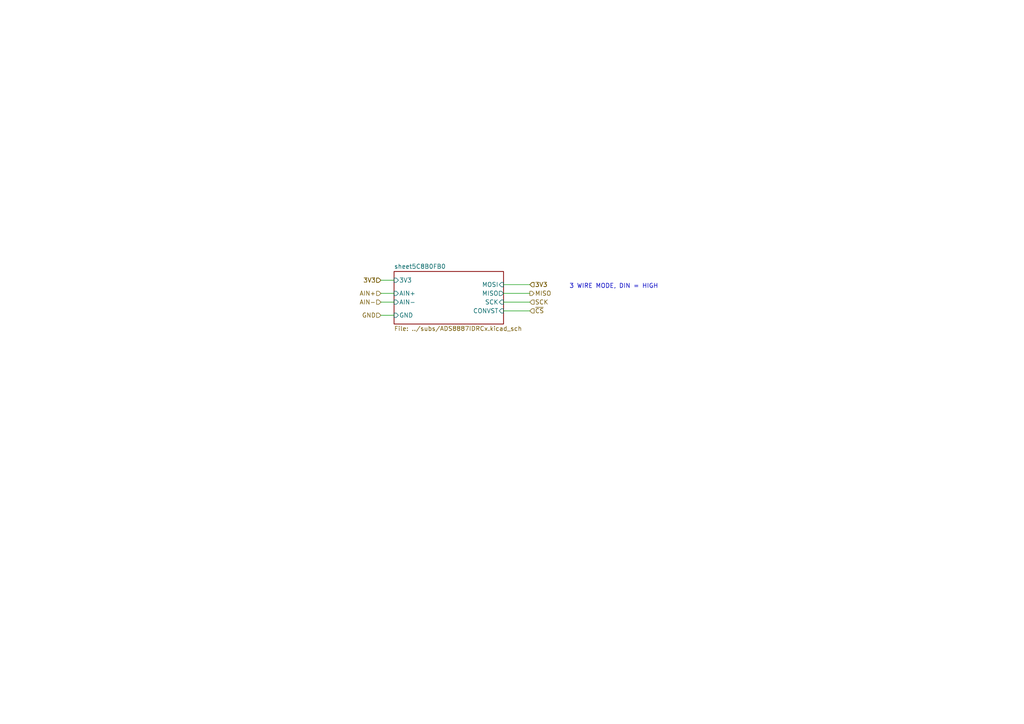
<source format=kicad_sch>
(kicad_sch (version 20211123) (generator eeschema)
  (paper "A4")
  (lib_symbols)
  (wire (pts (xy 110.49 87.63) (xy 114.3 87.63)))
  (wire (pts (xy 110.49 85.09) (xy 114.3 85.09)))
  (wire (pts (xy 153.67 82.55) (xy 146.05 82.55)))
  (wire (pts (xy 153.67 85.09) (xy 146.05 85.09)))
  (wire (pts (xy 153.67 87.63) (xy 146.05 87.63)))
  (wire (pts (xy 153.67 90.17) (xy 146.05 90.17)))
  (wire (pts (xy 110.49 81.28) (xy 114.3 81.28)))
  (wire (pts (xy 110.49 91.44) (xy 114.3 91.44)))
  (text "3 WIRE MODE, DIN = HIGH" (at 165.1 83.82 0) (effects (font (size 1.27 1.27)) (justify left bottom)))
  (hierarchical_label "3V3" (shape input) (at 153.67 82.55 0))
  (hierarchical_label "3V3" (shape input) (at 110.49 81.28 180))
  (hierarchical_label "SCK" (shape input) (at 153.67 87.63 0))
  (hierarchical_label "MISO" (shape output) (at 153.67 85.09 0))
  (hierarchical_label "GND" (shape input) (at 110.49 91.44 180))
  (hierarchical_label "3V3" (shape input) (at 153.67 82.55 0))
  (hierarchical_label "AIN-" (shape input) (at 110.49 87.63 180))
  (hierarchical_label "~{CS}" (shape input) (at 153.67 90.17 0))
  (hierarchical_label "3V3" (shape input) (at 110.49 81.28 180))
  (hierarchical_label "AIN+" (shape input) (at 110.49 85.09 180))
  (sheet (at 114.3 78.74) (size 31.75 15.24)
    (property "Sheet name" "sheet5C8B0FB0" (at 114.3 78.0284 0) (effects (justify left bottom)))
    (property "Sheet file" "../subs/ADS8887IDRCx.kicad_sch" (at 114.3 94.5646 0) (effects (justify left top)))
    (pin "MOSI" input (at 146.05 82.55 0))
    (pin "MISO" output (at 146.05 85.09 0))
    (pin "SCK" input (at 146.05 87.63 0))
    (pin "GND" input (at 114.3 91.44 180))
    (pin "3V3" input (at 114.3 81.28 180))
    (pin "AIN+" input (at 114.3 85.09 180))
    (pin "AIN-" input (at 114.3 87.63 180))
    (pin "CONVST" input (at 146.05 90.17 0))
  )
)
</source>
